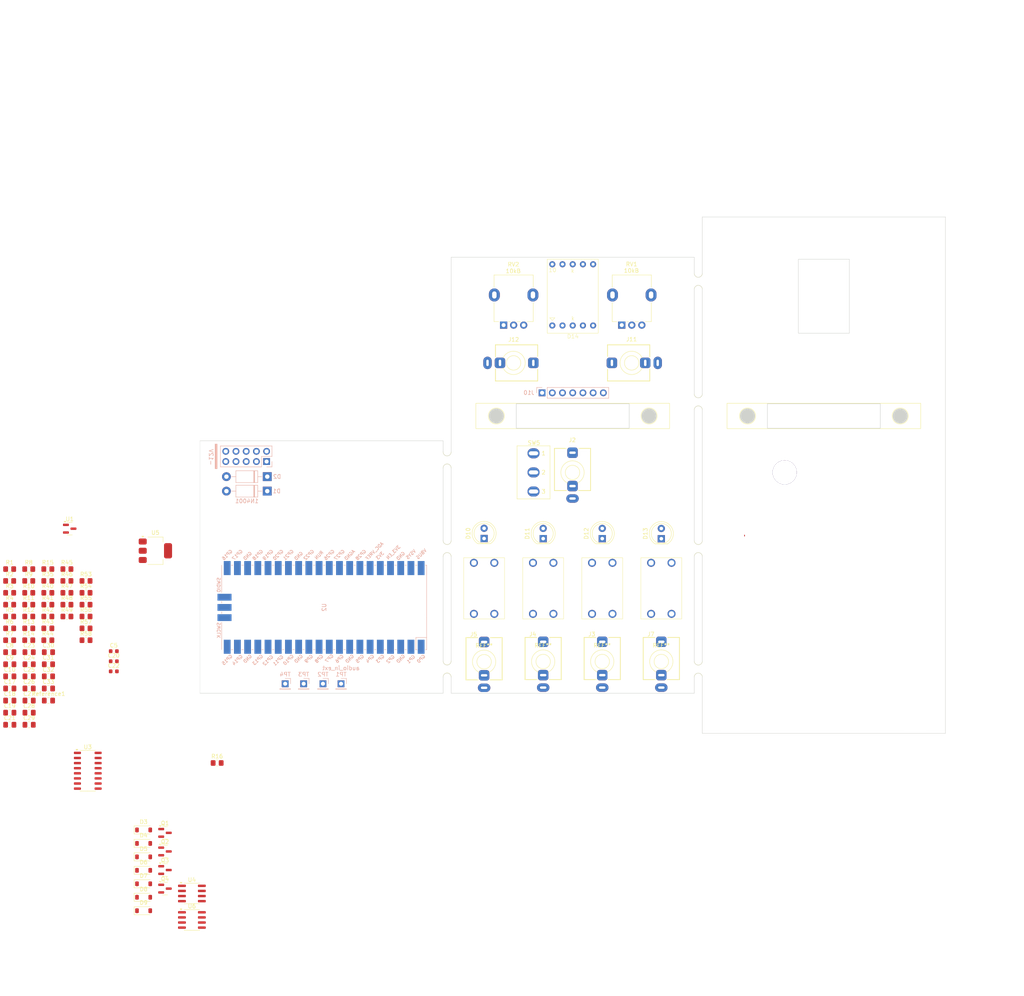
<source format=kicad_pcb>
(kicad_pcb (version 20240108) (generator "pcbnew") (generator_version "8.0")
  (title_block (date "2024-05-22"))
  (layers (0 "F.Cu" signal) (31 "B.Cu" signal) (34 "B.Paste" user) (35 "F.Paste" user) (36 "B.SilkS" user "B.Silkscreen") (37 "F.SilkS" user "F.Silkscreen") (38 "B.Mask" user) (39 "F.Mask" user) (44 "Edge.Cuts" user))
  (net 0 "")
  (net 1 "~")
  (net 2 "Net-(D1-A)")
  (net 3 "-12V")
  (net 4 "Net-(D2-A)")
  (net 5 "Net-(D3-K)")
  (net 6 "GND")
  (net 7 "Net-(D4-K)")
  (net 8 "Net-(D5-A)")
  (net 9 "Net-(D7-K)")
  (net 10 "Net-(D8-K)")
  (net 11 "Net-(D9-K)")
  (net 12 "Net-(D10-A)")
  (net 13 "Net-(D11-A)")
  (net 14 "Net-(D12-A)")
  (net 15 "Net-(D13-A)")
  (net 17 "seg_b")
  (net 18 "Net-(D14-k-Pad3)")
  (net 19 "seg_e")
  (net 20 "seg_g")
  (net 21 "seg_d")
  (net 23 "seg_f")
  (net 24 "seg_a")
  (net 25 "seg_c")
  (net 26 "Net-(J3-PadT)")
  (net 27 "Net-(J4-PadT)")
  (net 28 "Net-(J5-PadT)")
  (net 29 "Net-(J7-PadT)")
  (net 30 "EXT_TRIG_1")
  (net 31 "EXT_TRIG_3")
  (net 32 "EXT_TRIG_2")
  (net 33 "EXT_TRIG_4")
  (net 34 "-Vref")
  (net 36 "Net-(SW5-A)")
  (net 37 "LED_4")
  (net 38 "LED_2")
  (net 39 "AUDIO_PWM")
  (net 40 "Net-(U2-GP14)")
  (net 41 "BTN_4")
  (net 42 "Net-(U2-GP28)")
  (net 45 "shift_data")
  (net 46 "shift_clk")
  (net 47 "LED_3")
  (net 48 "Net-(U2-GP15)")
  (net 49 "sd_card_SPI0_CS")
  (net 50 "BTN_2")
  (net 52 "shift_latch")
  (net 53 "Net-(U2-GP1)")
  (net 54 "sd_card_SPI0_SCK")
  (net 55 "BTN_3")
  (net 56 "sd_card_SPI0_MISO")
  (net 58 "sd_card_SPI0_MOSI")
  (net 59 "LED_1")
  (net 60 "BANK_CV")
  (net 61 "BTN_1")
  (net 62 "PITCH_CV")
  (net 65 "Net-(U4A--)")
  (net 66 "Net-(U4B--)")
  (net 67 "Net-(U6B--)")
  (net 68 "Net-(U6A--)")
  (net 69 "Net-(SW1-2)")
  (net 70 "Net-(SW2-2)")
  (net 71 "Net-(SW3-2)")
  (net 72 "Net-(C27-Pad2)")
  (net 73 "Net-(C25-Pad1)")
  (net 74 "Net-(U4A-+)")
  (net 75 "Net-(R44-Pad2)")
  (net 76 "Net-(R57-Pad1)")
  (net 77 "Net-(R53-Pad1)")
  (net 78 "Net-(J12-PadT)")
  (net 79 "Net-(J11-PadT)")
  (net 80 "Net-(C25-Pad2)")
  (footprint "MountingHole:MountingHole_3.2mm_M3_ISO14580" (layer "F.Cu") (at 166.81 141.08)
    (property "Reference" "REF**" (hide yes))
    (property "Value" "MountingHole_3.2mm_M3_ISO14580" (hide yes))
  )
  (footprint "Resistor_SMD:R_0805_2012Metric_Pad1.20x1.40mm_HandSolder" (layer "F.Cu") (at 16.7 128.49)
    (property "Reference" "R13")
    (property "Value" "330")
  )
  (footprint "Resistor_SMD:R_0805_2012Metric_Pad1.20x1.40mm_HandSolder" (layer "F.Cu") (at 26.2 125.54)
    (property "Reference" "R49")
    (property "Value" "10K")
  )
  (footprint "MountingHole:MountingHole_3.2mm_M3_ISO14580" (layer "F.Cu") (at 137.31 141.18)
    (property "Reference" "REF**" (hide yes))
    (property "Value" "MountingHole_3.2mm_M3_ISO14580" (hide yes))
  )
  (footprint "MountingHole:MountingHole_3.2mm_M3_ISO14580" (layer "F.Cu") (at 74.81 141.18)
    (property "Reference" "REF**" (hide yes))
    (property "Value" "MountingHole_3.2mm_M3_ISO14580" (hide yes))
  )
  (footprint "MyEurorack:Led5mmHole_2.45mm" (layer "F.Cu") (at 207.21 104.88)
    (property "Reference" "REF**" (hide yes))
    (property "Value" "Led5mmHole_2.45mm")
  )
  (footprint "Capacitor_SMD:C_0805_2012Metric_Pad1.18x1.45mm_HandSolder" (layer "F.Cu") (at 21.6 137.43)
    (property "Reference" "C31")
    (property "Value" "1nF")
  )
  (footprint "MountingHole:MountingHole_3mm" (layer "F.Cu") (at 137.34 62.43)
    (property "Reference" "REF**" (hide yes))
    (property "Value" "MountingHole_3mm")
  )
  (footprint "Capacitor_SMD:C_0805_2012Metric_Pad1.18x1.45mm_HandSolder" (layer "F.Cu") (at 11.98 143.45)
    (property "Reference" "C17")
    (property "Value" "100nF")
  )
  (footprint "" (layer "F.Cu") (at 192.51 136.8)
    (property "Reference" "")
    (property "Value" "")
  )
  (footprint "Package_SO:SOIC-8_3.9x4.9mm_P1.27mm" (layer "F.Cu") (at 57.2975 201.055)
    (property "Reference" "U6")
    (property "Value" "MCP6002-xMS")
  )
  (footprint "Resistor_SMD:R_0805_2012Metric_Pad1.20x1.40mm_HandSolder" (layer "F.Cu") (at 21.45 128.49)
    (property "Reference" "R43")
    (property "Value" "1K")
  )
  (footprint "AudioJacks:Jack_3.5mm_QingPu_WQP-PJ366ST_Vertical" (layer "F.Cu") (at 137.34 62.43 -90)
    (property "Reference" "J12")
    (property "Value" "Analogue Input Jack")
  )
  (footprint "MountingHole:MountingHole_3mm" (layer "F.Cu") (at 130.01 136.8)
    (property "Reference" "REF**")
    (property "Value" "MountingHole_3mm")
  )
  (footprint "MyEurorack:SW_Hole5mm" (layer "F.Cu") (at 204.81 89.68)
    (property "Reference" "REF**" (hide yes))
    (property "Value" "SW_Hole5mm")
  )
  (footprint "MyEurorack:Led5mmHole_2.45mm" (layer "F.Cu") (at 192.51 104.88)
    (property "Reference" "REF**" (hide yes))
    (property "Value" "Led5mmHole_2.45mm")
  )
  (footprint "Resistor_SMD:R_0805_2012Metric_Pad1.20x1.40mm_HandSolder" (layer "F.Cu") (at 30.95 119.64)
    (property "Reference" "R54")
    (property "Value" "100k")
  )
  (footprint "MyEurorack:Jack3.5mmHole_3.2mm" (layer "F.Cu") (at 199.86 62.43)
    (property "Reference" "REF**" (hide yes))
    (property "Value" "Jack3.5mmHole_3.2mm")
  )
  (footprint "Capacitor_SMD:C_0805_2012Metric_Pad1.18x1.45mm_HandSolder" (layer "F.Cu") (at 11.98 137.43)
    (property "Reference" "C9")
    (property "Value" "100nF")
  )
  (footprint "MyEurorack:Eurorack_MountingHole_3.2mm_Slide" (layer "F.Cu") (at 191.81 151.63)
    (property "Reference" "")
    (property "Value" "Eurorack_MountingHole_3.2mm_Slide")
  )
  (footprint "Diode_SMD:D_SOD-123" (layer "F.Cu") (at 45.2825 182.005)
    (property "Reference" "D4")
    (property "Value" "1N4148W")
  )
  (footprint "Diode_SMD:D_SOD-123" (layer "F.Cu") (at 45.2825 192.055)
    (property "Reference" "D7")
    (property "Value" "1N4148W")
  )
  (footprint "Resistor_SMD:R_0805_2012Metric_Pad1.20x1.40mm_HandSolder" (layer "F.Cu") (at 30.95 122.59)
    (property "Reference" "R55")
    (property "Value" "66.5k")
  )
  (footprint "MyEurorack:mouse-bite-2mm-slot" (layer "F.Cu") (at 120.81 86.58 90)
    (property "Reference" "mouse-bite-2mm-slot" (hide yes))
    (property "Value" "VAL**" (hide yes))
  )
  (footprint "MountingHole:MountingHole_3mm" (layer "F.Cu") (at 144.71 136.75)
    (property "Reference" "REF**")
    (property "Value" "MountingHole_3mm")
  )
  (footprint "Package_SO:SO-16_3.9x9.9mm_P1.27mm" (layer "F.Cu") (at 31.385 163.925)
    (property "Reference" "U3")
    (property "Value" "74HC595")
  )
  (footprint "LED_THT:LED_D5.0mm" (layer "F.Cu") (at 144.71 106.16 90)
    (property "Reference" "D11")
    (property "Value" "LED")
  )
  (footprint "Resistor_SMD:R_0805_2012Metric_Pad1.20x1.40mm_HandSolder" (layer "F.Cu") (at 21.45 116.69)
    (property "Reference" "R35")
    (property "Value" "100K")
  )
  (footprint "Resistor_SMD:R_0805_2012Metric_Pad1.20x1.40mm_HandSolder" (layer "F.Cu") (at 16.7 113.74)
    (property "Reference" "R8")
    (property "Value" "10K")
  )
  (footprint "Resistor_SMD:R_0805_2012Metric_Pad1.20x1.40mm_HandSolder" (layer "F.Cu") (at 21.45 119.64)
    (property "Reference" "R40")
    (property "Value" "10K")
  )
  (footprint "Package_TO_SOT_SMD:SOT-23" (layer "F.Cu") (at 26.8875 103.69)
    (property "Reference" "U1")
    (property "Value" "LM4040DBZ-10")
  )
  (footprint "Resistor_SMD:R_0805_2012Metric_Pad1.20x1.40mm_HandSolder" (layer "F.Cu") (at 21.45 131.44)
    (property "Reference" "R44")
    (property "Value" "1K")
  )
  (footprint "Resistor_SMD:R_0805_2012Metric_Pad1.20x1.40mm_HandSolder" (layer "F.Cu") (at 11.95 113.74)
    (property "Reference" "R1")
    (property "Value" "1K")
  )
  (footprint "Capacitor_SMD:C_0805_2012Metric_Pad1.18x1.45mm_HandSolder" (layer "F.Cu") (at 21.6 146.46)
    (property "Reference" "Reference1")
    (property "Value" "+3.3V")
  )
  (footprint "MyEurorack:Led5mmHole_2.45mm" (layer "F.Cu") (at 236.61 104.93)
    (property "Reference" "REF**" (hide yes))
    (property "Value" "Led5mmHole_2.45mm")
  )
  (footprint "Capacitor_SMD:C_0805_2012Metric_Pad1.18x1.45mm_HandSolder" (layer "F.Cu") (at 21.6 134.42)
    (property "Reference" "C30")
    (property "Value" "100nF")
  )
  (footprint "MyEurorack:7_seg_Hole" (layer "F.Cu") (at 214.56 45.53)
    (property "Reference" "7_seg_hole" (hide yes))
    (property "Value" "~" (hide yes))
    (fp_rect (start -6.35 -8.89) (end 6.35 9.525) (stroke (width 0.1)) (fill none) (layer "Edge.Cuts"))
  )
  (footprint "MyEurorack:mouse-bite-2mm-slot" (layer "F.Cu") (at 120.81 108.63 90)
    (property "Reference" "mouse-bite-2mm-slot" (hide yes))
    (property "Value" "VAL**" (hide yes))
  )
  (footprint "MyEurorack:mouse-bite-2mm-slot" (layer "F.Cu") (at 120.81 138.58 90)
    (property "Reference" "mouse-bite-2mm-slot" (hide yes))
    (property "Value" "VAL**" (hide yes))
  )
  (footprint "Diode_SMD:D_SOD-123" (layer "F.Cu") (at 45.2825 188.705)
    (property "Reference" "D6")
    (property "Value" "BAT43W-V")
  )
  (footprint "AudioJacks:Jack_3.5mm_QingPu_WQP-PJ366ST_Vertical" (layer "F.Cu") (at 152.01 89.7)
    (property "Reference" "J2")
    (property "Value" "audio output")
  )
  (footprint "Resistor_SMD:R_0805_2012Metric_Pad1.20x1.40mm_HandSolder" (layer "F.Cu") (at 21.45 122.59)
    (property "Reference" "R41")
    (property "Value" "330R")
  )
  (footprint "MyEurorack:Eurorack_MountingHole_3.2mm_Slide" (layer "F.Cu") (at 191.81 29.13)
    (property "Reference" "")
    (property "Value" "Eurorack_MountingHole_3.2mm_Slide")
  )
  (footprint "MountingHole:MountingHole_3.2mm_M3_ISO14580" (layer "F.Cu") (at 104.31 141.08)
    (property "Reference" "REF**" (hide yes))
    (property "Value" "MountingHole_3.2mm_M3_ISO14580" (hide yes))
  )
  (footprint "Resistor_SMD:R_0805_2012Metric_Pad1.20x1.40mm_HandSolder" (layer "F.Cu") (at 26.2 113.74)
    (property "Reference" "R45")
    (property "Value" "10K")
  )
  (footprint "LED_THT:LED_D5.0mm" (layer "F.Cu") (at 174.11 106.18 90)
    (property "Reference" "D13")
    (property "Value" "LED")
  )
  (footprint "MountingHole:MountingHole_3.2mm_M3_ISO14580" (layer "F.Cu") (at 160.41 85.18)
    (property "Reference" "REF**" (hide yes))
    (property "Value" "MountingHole_3.2mm_M3_ISO14580" (hide yes))
  )
  (footprint "Resistor_SMD:R_0805_2012Metric_Pad1.20x1.40mm_HandSolder" (layer "F.Cu") (at 11.95 122.59)
    (property "Reference" "R4")
    (property "Value" "10K")
  )
  (footprint "Resistor_SMD:R_0805_2012Metric_Pad1.20x1.40mm_HandSolder" (layer "F.Cu") (at 11.95 125.54)
    (property "Reference" "R5")
    (property "Value" "10K")
  )
  (footprint "Package_TO_SOT_SMD:SOT-23" (layer "F.Cu") (at 50.5975 184.005)
    (property "Reference" "Q2")
    (property "Value" "MMBT3904")
  )
  (footprint "MyEurorack:KnobHole_6.5mm" (layer "F.Cu") (at 192.56 118.58)
    (property "Reference" "REF**" (hide yes))
    (property "Value" "KnobHole_6.5mm")
  )
  (footprint "MyEurorack:mouse-bite-2mm-slot" (layer "F.Cu") (at 183.31 42.13 90)
    (property "Reference" "mouse-bite-2mm-slot" (hide yes))
    (property "Value" "VAL**" (hide yes))
  )
  (footprint "DIP_SWITCH:TSA12110" (layer "F.Cu") (at 176.65 124.88 90)
    (property "Reference" "SW4" (hide yes))
    (property "Value" "SW_Push" (hide yes))
  )
  (footprint "MyEurorack:KnobHole_6.5mm" (layer "F.Cu") (at 207.21 118.53)
    (property "Reference" "REF**" (hide yes))
    (property "Value" "KnobHole_6.5mm")
  )
  (footprint "Resistor_SMD:R_0805_2012Metric_Pad1.20x1.40mm_HandSolder" (layer "F.Cu") (at 11.95 128.49)
    (property "Reference" "R6")
    (property "Value" "10K")
  )
  (footprint "AudioJacks:Jack_3.5mm_QingPu_WQP-PJ366ST_Vertical" (layer "F.Cu") (at 159.41 136.75)
    (property "Reference" "J3")
    (property "Value" "Digital Input Jack")
  )
  (footprint "AudioJacks:Jack_3.5mm_QingPu_WQP-PJ366ST_Vertical" (layer "F.Cu") (at 144.71 136.75)
    (property "Reference" "J4")
    (property "Value" "Digital Input Jack")
  )
  (footprint "Resistor_SMD:R_0805_2012Metric_Pad1.20x1.40mm_HandSolder" (layer "F.Cu") (at 16.7 116.69)
    (property "Reference" "R9")
    (property "Value" "100K")
  )
  (footprint "Resistor_SMD:R_0805_2012Metric_Pad1.20x1.40mm_HandSolder" (layer "F.Cu") (at 26.2 116.69)
    (property "Reference" "R46")
    (property "Value" "10K")
  )
  (footprint "MyEurorack:Led5mmHole_2.45mm" (layer "F.Cu") (at 221.91 104.88)
    (property "Reference" "REF**" (hide yes))
    (property "Value" "Led5mmHole_2.45mm")
  )
  (footprint "MyEurorack:SDmounted3d" (layer "F.Cu") (at 214.56 75.64)
    (property "Reference" "M3")
    (property "Value" "M3")
    (fp_rect (start -14.05 -3.05) (end 14.05 3.05) (stroke (width 0.12)) (fill none) (layer "Edge.Cuts"))
    (fp_circle (center -19 0) (end -17.2 0) (stroke (width 0.12)) (fill solid) (layer "Edge.Cuts"))
    (fp_circle (center 19 0) (end 20.8 0) (stroke (width 0.12)) (fill solid) (layer "Edge.Cuts"))
  )
  (footprint "MyEurorack:Jack3.5mmHole_3.2mm" (layer "F.Cu") (at 214.56 89.73)
    (property "Reference" "REF**" (hide yes))
    (property "Value" "Jack3.5mmHole_3.2mm")
  )
  (footprint "Alps:Potentiometer_Alpha_RD901F-40-00D_Single_Vertical" (layer "F.Cu") (at 164.26 53.03 90)
    (property "Reference" "RV1")
    (property "Value" "10kB")
  )
  (footprint "Resistor_SMD:R_0805_2012Metric_Pad1.20x1.40mm_HandSolder" (layer "F.Cu") (at 16.7 122.59)
    (property "Reference" "R11")
    (property "Value" "330")
  )
  (footprint "" (layer "F.Cu") (at 221.91 136.75)
    (property "Reference" "")
    (property "Value" "")
  )
  (footprint "Resistor_SMD:R_0805_2012Metric_Pad1.20x1.40mm_HandSolder" (layer "F.Cu") (at 26.2 122.59)
    (property "Reference" "R48")
    (property "Value" "10K")
  )
  (footprint "MyEurorack:KnobHole_6.5mm" (layer "F.Cu") (at 221.91 118.58)
    (property "Reference" "REF**" (hide yes))
    (property "Value" "KnobHole_6.5mm")
  )
  (footprint "Package_TO_SOT_SMD:SOT-23" (layer "F.Cu") (at 50.5975 188.63)
    (property "Reference" "Q3")
    (property "Value" "MMBT3904")
  )
  (footprint "MyEurorack:PotentiometerHole_3.4mm" (layer "F.Cu") (at 199.86 45.53)
    (property "Reference" "REF**" (hide yes))
    (property "Value" "PotentiometerHole_3.4mm")
  )
  (footprint "MyEurorack:SDmounted3d" (layer "F.Cu") (at 152.06 75.64)
    (property "Reference" "M3")
    (property "Value" "M3")
    (fp_rect (start -14.05 -3.05) (end 14.05 3.05) (stroke (width 0.12)) (fill none) (layer "Edge.Cuts"))
    (fp_circle (center -19 0) (end -17.2 0) (stroke (width 0.12)) (fill solid) (layer "Edge.Cuts"))
    (fp_circle (center 19 0) (end 20.8 0) (stroke (width 0.12)) (fill solid) (layer "Edge.Cuts"))
  )
  (footprint "MyEurorack:PotentiometerHole_3.4mm" (layer "F.Cu") (at 229.26 45.53)
    (property "Reference" "REF**" (hide yes))
    (property "Value" "PotentiometerHole_3.4mm")
  )
  (footprint "Resistor_SMD:R_0805_2012Metric_Pad1.20x1.40mm_HandSolder" (layer "F.Cu") (at 21.45 113.74)
    (property "Reference" "R15")
    (property "Value" "330")
  )
  (footprint "Resistor_SMD:R_0805_2012Metric_Pad1.20x1.40mm_HandSolder" (layer "F.Cu") (at 21.45 125.54)
    (property "Reference" "R42")
    (property "Value" "330R")
  )
  (footprint "Capacitor_SMD:C_0805_2012Metric_Pad1.18x1.45mm_HandSolder" (layer "F.Cu") (at 11.98 134.42)
    (property "Reference" "C8")
    (property "Value" "1uF")
  )
  (footprint "Resistor_SMD:R_0805_2012Metric_Pad1.20x1.40mm_HandSolder" (layer "F.Cu") (at 30.95 125.54)
    (property "Reference" "R56")
    (property "Value" "100k")
  )
  (footprint "MyEurorack:Eurorack_MountingHole_3.2mm_Slide" (layer "F.Cu") (at 237.31 151.63)
    (property "Reference" "")
    (property "Value" "Eurorack_MountingHole_3.2mm_Slide")
  )
  (footprint "Resistor_SMD:R_0805_2012Metric_Pad1.20x1.40mm_HandSolder" (layer "F.Cu") (at 26.2 119.64)
    (property "Reference" "R47")
    (property "Value" "330R")
  )
  (footprint "Resistor_SMD:R_0805_2012Metric_Pad1.20x1.40mm_HandSolder" (layer "F.Cu") (at 30.95 128.49)
    (property "Reference" "R57")
    (property "Value" "200k")
  )
  (footprint "AudioJacks:Jack_3.5mm_QingPu_WQP-PJ366ST_Vertical" (layer "F.Cu") (at 130.01 136.8)
    (property "Reference" "J5")
    (property "Value" "Digital Input Jack")
  )
  (footprint "MountingHole:MountingHole_3mm" (layer "F.Cu") (at 174.11 136.75)
    (property "Reference" "REF**")
    (property "Value" "MountingHole_3mm")
  )
  (footprint "MyEurorack:Jack3.5mmHole_3.2mm" (layer "F.Cu") (at 229.23 62.43)
    (property "Reference" "REF**" (hide yes))
    (property "Value" "Jack3.5mmHole_3.2mm")
  )
  (footprint "Capacitor_SMD:C_0805_2012Metric_Pad1.18x1.45mm_HandSolder" (layer "F.Cu") (at 16.79 152.48)
    (property "Reference" "C29")
    (property "Value" "2.2n")
  )
  (footprint "DIP_SWITCH:TSA12110" (layer "F.Cu") (at 147.25 124.88 90)
    (property "Reference" "SW2" (hide yes))
    (property "Value" "SW_Push" (hide yes))
  )
  (footprint "MyEurorack:mouse-bite-2mm-slot" (layer "F.Cu") (at 183.31 108.63 90)
    (property "Reference" "mouse-bite-2mm-slot" (hide yes))
    (property "Value" "VAL**" (hide yes))
  )
  (footprint "MyEurorack:KnobHole_6.5mm" (layer "F.Cu") (at 236.61 118.53)
    (property "Reference" "REF**" (hide yes))
    (property "Value" "KnobHole_6.5mm")
  )
  (footprint "" (layer "F.Cu") (at 236.61 136.75)
    (property "Reference" "")
    (property "Value" "")
  )
  (footprint "Resistor_SMD:R_0805_2012Metric_Pad1.20x1.40mm_HandSolder" (layer "F.Cu") (at 30.95 116.69)
    (property "Reference" "R53")
    (property "Value" "200k")
  )
  (footprint "" (layer "F.Cu") (at 207.21 136.75)
    (property "Reference" "")
    (property "Value" "")
  )
  (footprint "Capacitor_SMD:C_0805_2012Metric_Pad1.18x1.45mm_HandSolder" (layer "F.Cu") (at 16.79 149.47)
    (property "Reference" "C28")
    (property "Value" "2.2n")
  )
  (footprint "MyEurorack:mouse-bite-2mm-slot" (layer "F.Cu") (at 183.31 138.63 90)
    (property "Reference" "mouse-bite-2mm-slot" (hide yes))
    (property "Value" "VAL**" (hide yes))
  )
  (footprint "MountingHole:MountingHole_3.2mm_M3_ISO14580" (layer "F.Cu") (at 97.91 85.18)
    (property "Reference" "REF**" (hide yes))
    (property "Value" "MountingHole_3.2mm_M3_ISO14580" (hide yes))
  )
  (footprint "Capacitor_SMD:C_0805_2012Metric_Pad1.18x1.45mm_HandSolder" (layer "F.Cu") (at 21.6 143.45)
    (property "Reference" "C33")
    (property "Value" "1nF")
  )
  (footprint "Resistor_SMD:R_0805_2012Metric_Pad1.20x1.40mm_HandSolder" (layer "F.Cu") (at 16.7 119.64)
    (property "Reference" "R10")
    (property "Value" "10K")
  )
  (footprint "LED_THT:LED_D5.0mm" (layer "F.Cu") (at 159.41 106.16 90)
    (property "Reference" "D12")
    (property "Value" "LED")
  )
  (footprint "Package_TO_SOT_SMD:SOT-23" (layer "F.Cu") (at 50.5975 193.255)
    (property "Reference" "Q4")
    (property "Value" "MMBT3904")
  )
  (footprint "Capacitor_SMD:C_0805_2012Metric_Pad1.18x1.45mm_HandSolder" (layer "F.Cu") (at 11.98 140.44)
    (property "Reference" "C10")
    (property "Value" "100nF")
  )
  (footprint "Alps:Potentiometer_Alpha_RD901F-40-00D_Single_Vertical" (layer "F.Cu") (at 134.86 53.03 90)
    (property "Reference" "RV2")
    (property "Value" "10kB")
  )
  (footprint "LED_THT:LED_D5.0mm" (layer "F.Cu") (at 130.01 106.13 90)
    (property "Reference" "D10")
    (property "Value" "LED")
  )
  (footprint "Capacitor_SMD:C_0805_2012Metric_Pad1.18x1.45mm_HandSolder" (layer "F.Cu") (at 11.98 149.47)
    (property "Reference" "C19")
    (property "Value" "100nF")
  )
  (footprint "AudioJacks:Jack_3.5mm_QingPu_WQP-PJ366ST_Vertical" (layer "F.Cu") (at 174.11 136.75)
    (property "Reference" "J7")
    (property "Value" "Digital Input Jack")
  )
  (footprint "Capacitor_SMD:C_0805_2012Metric_Pad1.18x1.45mm_HandSolder" (layer "F.Cu") (at 21.6 140.44)
    (property "Reference" "C32")
    (property "Value" "100nF")
  )
  (footprint "Diode_SMD:D_SOD-123" (layer "F.Cu") (at 45.2825 185.355)
    (property "Reference" "D5")
    (property "Value" "BAT43W-V")
  )
  (footprint "Resistor_SMD:R_0805_2012Metric_Pad1.20x1.40mm_HandSolder" (layer "F.Cu") (at 11.95 116.69)
    (property "Reference" "R2")
    (property "Value" "1K")
  )
  (footprint "Diode_SMD:D_SOD-123" (layer "F.Cu") (at 45.2825 198.755)
    (property "Reference" "D9")
    (property "Value" "1N4148W")
  )
  (footprint "Diode_SMD:D_SOD-123" (layer "F.Cu") (at 45.2825 178.655)
    (property "Reference" "D3")
    (property "Value" "1N4148W")
  )
  (footprint "DIP_SWITCH:TSA12110" (layer "F.Cu") (at 132.55 124.88 90)
    (property "Reference" "SW1" (hide yes))
    (property "Value" "SW_Push" (hide yes))
  )
  (footprint "MountingHole:MountingHole_3mm" (layer "F.Cu") (at 166.73 62.43)
    (property "Reference" "REF**" (hide yes))
    (property "Value" "MountingHole_3mm")
  )
  (footprint "Diode_SMD:D_SOD-123" (layer "F.Cu") (at 45.2825 195.405)
    (property "Reference" "D8")
    (property "Value" "1N4148W")
  )
  (footprint "Capacitor_SMD:C_0603_1608Metric" (layer "F.Cu") (at 37.86 139.19)
    (property "Reference" "C22")
    (property "Value" "10uF")
  )
  (footprint "Package_TO_SOT_SMD:SOT-23" (layer "F.Cu") (at 50.5975 179.38)
    (property "Reference" "Q1")
    (property "Value" "MMBT3904")
  )
  (footprint "Resistor_SMD:R_0805_2012Metric_Pad1.20x1.40mm_HandSolder" (layer "F.Cu") (at 11.95 119.64)
    (property "Reference" "R3")
    (property "Value" "100K")
  )
  (footprint "Resistor_SMD:R_0805_2012Metric_Pad1.20x1.40mm_HandSolder" (layer "F.Cu") (at 30.95 131.44)
    (property "Reference" "R58")
    (property "Value" "66.5k")
  )
  (footprint "Capacitor_SMD:C_0805_2012Metric_Pad1.18x1.45mm_HandSolder" (layer "F.Cu") (at 16.79 134.42)
    (property "Reference" "C23")
    (property "Value" "1nF")
  )
  (footprint "Capacitor_SMD:C_0805_2012Metric_Pad1.18x1.45mm_HandSolder" (layer "F.Cu") (at 16.79 137.43)
    (property "Reference" "C24")
    (property "Value" "100nF")
  )
  (footprint "Package_TO_SOT_SMD:SOT-223-3_TabPin2" (layer "F.Cu") (at 48.21 109.18)
    (property "Reference" "U5")
    (property "Value" "LM1117MP-5.0")
  )
  (footprint "Capacitor_SMD:C_0805_2012Metric_Pad1.18x1.45mm_HandSolder" (layer "F.Cu") (at 11.98 146.46)
    (property "Reference" "C18")
    (property "Value" "100nF")
  )
  (footprint "Capacitor_SMD:C_0603_1608Metric" (layer "F.Cu") (at 37.86 136.68)
    (property "Reference" "C20")
    (property "Value" "10uF")
  )
  (footprint "Capacitor_SMD:C_0603_1608Metric" (layer "F.Cu") (at 37.86 134.17)
    (property "Reference" "C5")
    (property "Value" "10uF")
  )
  (footprint "Capacitor_SMD:C_0805_2012Metric_Pad1.18x1.45mm_HandSolder" (layer "F.Cu") (at 16.79 143.45)
    (property "Reference" "C26")
    (property "Value" "470p")
  )
  (footprint "MyEurorack:mouse-bite-2mm-slot" (layer "F.Cu") (at 183.31 72.13 90)
    (property "Reference" "mouse-bite-2mm-slot" (hide yes))
    (property "Value" "VAL**" (hide yes))
  )
  (footprint "Capacitor_SMD:C_0805_2012Metric_Pad1.18x1.45mm_HandSolder" (layer "F.Cu") (at 16.79 146.46)
    (property "Reference" "C27")
    (property "Value" "470p")
  )
  (footprint "MyEurorack:SW_SPDT" (layer "F.Cu") (at 142.31 89.68 -90)
    (property "Reference" "SW5")
    (property "Value" "SW_SPDT" (hide yes))
  )
  (footprint "Resistor_SMD:R_0805_2012Metric_Pad1.20x1.40mm_HandSolder" (layer "F.Cu") (at 16.7 131.44)
    (property "Reference" "R14")
    (property "Value" "330")
  )
  (footprint "MountingHole:MountingHole_3mm" (layer "F.Cu") (at 159.41 136.75)
    (property "Reference" "REF**")
    (property "Value" "MountingHole_3mm")
  )
  (footprint "DIP_SWITCH:TSA12110" (layer "F.Cu") (at 161.95 124.88 90)
    (property "Reference" "SW3" (hide yes))
    (property "Value" "SW_Push" (hide yes))
  )
  (footprint "Resistor_SMD:R_0805_2012Metric_Pad1.20x1.40mm_HandSolder" (layer "F.Cu") (at 11.95 131.44)
    (property "Reference" "R7")
    (property "Value" "100K")
  )
  (footprint "7_seg:SC_56_11_RT" (layer "F.Cu") (at 152.06 45.5125)
    (property "Reference" "D14")
    (property "Value" "~" (hide yes))
  )
  (footprint "Capacitor_SMD:C_0805_2012Metric_Pad1.18x1.45mm_HandSolder" (layer "F.Cu") (at 11.98 152.48)
    (property "Reference" "C21")
    (property "Value" "100nF")
  )
  (footprint "Package_SO:SOIC-8_3.9x4.9mm_P1.27mm" (layer "F.Cu") (at 57.2975 194.465)
    (property "Reference" "U4")
    (property "Value" "MCP6232")
  )
  (footprint "Capacitor_SMD:C_0805_2012Metric_Pad1.18x1.45mm_HandSolder" (layer "F.Cu") (at 16.79 140.44)
    (property "Reference" "C25")
    (property "Value" "100nF")
  )
  (footprint "MyEurorack:Eurorack_MountingHole_3.2mm_Slide" (layer "F.Cu") (at 237.31 29.13)
    (property "Reference" "")
    (property "Value" "Eurorack_MountingHole_3.2mm_Slide")
  )
  (footprint "Resistor_SMD:R_0805_2012Metric_Pad1.20x1.40mm_HandSolder" (layer "F.Cu") (at 16.7 125.54)
    (property "Reference" "R12")
    (property "Value" "330")
  )
  (footprint "AudioJacks:Jack_3.5mm_QingPu_WQP-PJ366ST_Vertical" (layer "F.Cu") (at 166.73 62.43 90)
    (property "Reference" "J11")
    (property "Value" "Analogue Input Jack")
  )
  (footprint "Resistor_SMD:R_0805_2012Metric_Pad1.20x1.40mm_HandSolder" (layer "F.Cu") (at 63.58 161.99)
    (property "Reference" "R16")
    (property "Value" "470")
  )
  (footprint "Connector_PinHeader_2.54mm:PinHeader_1x07_P2.54mm_Vertical" (layer "B.Cu") (at 144.44 69.88 -90)
    (property "Reference" "J10")
    (property "Value" "SD_CARD_CONN")
  )
  (footprint "Connector_PinHeader_2.54mm:PinHeader_1x01_P2.54mm_Vertical" (layer "B.Cu") (at 94.41 142.28 180)
    (property "Reference" "TP1")
    (property "Value" "audio_in_ext")
  )
  (footprint "RaspberryPi:RPi_Pico_SMD_TH" (layer "B.Cu") (at 90.21 123.28 90)
    (property "Reference" "U2")
    (property "Value" "PICO_RP2040")
  )
  (footprint "Diode_THT:D_DO-41_SOD81_P10.16mm_Horizontal" (layer "B.Cu") (at 76.05 90.74 180)
    (property "Reference" "D2")
    (property "Value" "1N4001" (hide yes))
  )
  (footprint "Connector_PinHeader_2.54mm:PinHeader_1x01_P2.54mm_Vertical" (layer "B.Cu") (at 89.91 142.28 180)
    (property "Reference" "TP2")
    (property "Value" "unused_pin_1" (hide yes))
  )
  (footprint "Connector_PinHeader_2.54mm:PinHeader_1x01_P2.54mm_Vertical" (layer "B.Cu") (at 85.11 142.28 180)
    (property "Reference" "TP3")
    (property "Value" "unused_pin_2" (hide yes))
  )
  (footprint "Connector_PinHeader_2.54mm:PinHeader_2x05_P2.54mm_Vertical" (layer "B.Cu") (at 75.89 86.98 90)
    (property "Reference" "J1" (hide yes))
    (property "Value" "Conn_02x05_Odd_Even" (hide yes))
  )
  (footprint "Connector_PinHeader_2.54mm:PinHeader_1x01_P2.54mm_Vertical" (layer "B.Cu") (at 80.51 142.28 180)
    (property "Reference" "TP4")
    (property "Value" "unused_pin_3" (hide yes))
  )
  (footprint "Diode_THT:D_DO-41_SOD81_P10.16mm_Horizontal" (layer "B.Cu") (at 76.05 94.34 180)
    (property "Reference" "D1")
    (property "Value" "1N4001")
  )
  (gr_rect (start 63.07 82.635) (end 63.57 88.765) (stroke (width 0.12)) (fill solid) (layer "B.SilkS"))
  (gr_line (start 182.31 36.13) (end 121.81 36.13) (stroke (width 0.1)) (layer "Edge.Cuts"))
  (gr_line (start 184.31 140.63) (end 184.31 154.63) (stroke (width 0.1)) (layer "Edge.Cuts"))
  (gr_line (start 121.81 88.58) (end 121.81 106.63) (stroke (width 0.1)) (layer "Edge.Cuts"))
  (gr_arc (start 119.81 88.58) (mid 120.81 87.58) (end 121.81 88.58) (stroke (width 0.1)) (layer "Edge.Cuts"))
  (gr_line (start 244.81 26.13) (end 184.31 26.13) (stroke (width 0.1)) (layer "Edge.Cuts"))
  (gr_line (start 119.81 88.58) (end 119.81 106.63) (stroke (width 0.1)) (layer "Edge.Cuts"))
  (gr_arc (start 182.31 44.13) (mid 183.31 43.13) (end 184.31 44.13) (stroke (width 0.1)) (layer "Edge.Cuts"))
  (gr_arc (start 121.81 84.58) (mid 120.81 85.58) (end 119.81 84.58) (stroke (width 0.1)) (layer "Edge.Cuts"))
  (gr_arc (start 121.81 106.63) (mid 120.81 107.63) (end 119.81 106.63) (stroke (width 0.1)) (layer "Edge.Cuts"))
  (gr_line (start 119.81 84.58) (end 119.81 81.83) (stroke (width 0.1)) (layer "Edge.Cuts"))
  (gr_line (start 121.81 74.13) (end 121.81 84.58) (stroke (width 0.1)) (layer "Edge.Cuts"))
  (gr_line (start 121.81 36.13) (end 121.81 74.13) (stroke (width 0.1)) (layer "Edge.Cuts"))
  (gr_arc (start 182.31 140.63) (mid 183.31 139.63) (end 184.31 140.63) (stroke (width 0.1)) (layer "Edge.Cuts"))
  (gr_arc (start 119.81 110.63) (mid 120.81 109.63) (end 121.81 110.63) (stroke (width 0.1)) (layer "Edge.Cuts"))
  (gr_line (start 182.31 106.63) (end 182.31 74.13) (stroke (width 0.1)) (layer "Edge.Cuts"))
  (gr_arc (start 184.31 136.63) (mid 183.31 137.63) (end 182.31 136.63) (stroke (width 0.1)) (layer "Edge.Cuts"))
  (gr_line (start 121.81 140.63) (end 121.81 144.63) (stroke (width 0.1)) (layer "Edge.Cuts"))
  (gr_arc (start 119.81 140.63) (mid 120.81 139.63) (end 121.81 140.63) (stroke (width 0.1)) (layer "Edge.Cuts"))
  (gr_line (start 59.31 81.83) (end 59.31 144.63) (stroke (width 0.05)) (layer "Edge.Cuts"))
  (gr_line (start 59.31 144.63) (end 119.81 144.63) (stroke (width 0.1)) (layer "Edge.Cuts"))
  (gr_arc (start 121.81 136.63) (mid 120.81 137.63) (end 119.81 136.63) (stroke (width 0.1)) (layer "Edge.Cuts"))
  (gr_line (start 121.81 144.63) (end 182.31 144.63) (stroke (width 0.1)) (layer "Edge.Cuts"))
  (gr_line (start 184.31 110.63) (end 184.31 136.63) (stroke (width 0.1)) (layer "Edge.Cuts"))
  (gr_line (start 182.31 40.13) (end 182.31 36.13) (stroke (width 0.1)) (layer "Edge.Cuts"))
  (gr_line (start 119.81 81.83) (end 59.31 81.83) (stroke (width 0.1)) (layer "Edge.Cuts"))
  (gr_line (start 184.31 154.63) (end 244.81 154.63) (stroke (width 0.1)) (layer "Edge.Cuts"))
  (gr_arc (start 182.31 74.13) (mid 183.31 73.13) (end 184.31 74.13) (stroke (width 0.1)) (layer "Edge.Cuts"))
  (gr_line (start 119.81 144.63) (end 119.81 140.63) (stroke (width 0.1)) (layer "Edge.Cuts"))
  (gr_arc (start 182.31 110.63) (mid 183.31 109.63) (end 184.31 110.63) (stroke (width 0.1)) (layer "Edge.Cuts"))
  (gr_line (start 184.31 74.13) (end 184.31 106.63) (stroke (width 0.1)) (layer "Edge.Cuts"))
  (gr_line (start 244.81 154.63) (end 244.81 26.13) (stroke (width 0.1)) (layer "Edge.Cuts"))
  (gr_arc (start 184.31 70.13) (mid 183.31 71.13) (end 182.31 70.13) (stroke (width 0.1)) (layer "Edge.Cuts"))
  (gr_line (start 182.31 70.13) (end 182.31 44.13) (stroke (width 0.1)) (layer "Edge.Cuts"))
  (gr_arc (start 184.31 40.13) (mid 183.31 41.13) (end 182.31 40.13) (stroke (width 0.1)) (layer "Edge.Cuts"))
  (gr_line (start 182.31 136.63) (end 182.31 110.63) (stroke (width 0.1)) (layer "Edge.Cuts"))
  (gr_line (start 119.81 110.63) (end 119.81 136.63) (stroke (width 0.1)) (layer "Edge.Cuts"))
  (gr_line (start 182.31 144.63) (end 182.31 140.63) (stroke (width 0.1)) (layer "Edge.Cuts"))
  (gr_line (start 184.31 44.13) (end 184.31 70.13) (stroke (width 0.1)) (layer "Edge.Cuts"))
  (gr_line (start 121.81 136.63) (end 121.81 110.63) (stroke (width 0.1)) (layer "Edge.Cuts"))
  (gr_line (start 184.31 26.13) (end 184.31 40.13) (stroke (width 0.1)) (layer "Edge.Cuts"))
  (gr_arc (start 184.31 106.63) (mid 183.31 107.63) (end 182.31 106.63) (stroke (width 0.1)) (layer "Edge.Cuts"))
  (gr_text "-12V" (at 61.48 87.995 -90) (layer "B.SilkS") (effects (font (size 1 1)) (justify left bottom mirror)))
  (segment (start 194.81 105.28) (end 194.81 105.53) (width 0.2) (layer "F.Cu") (net 0))
)
</source>
